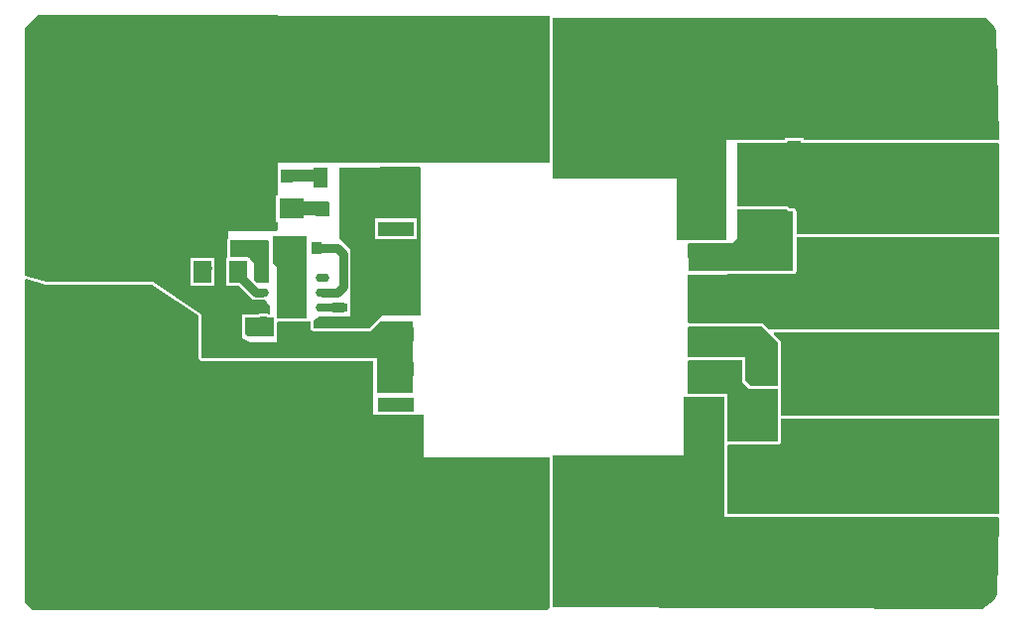
<source format=gtl>
G04*
G04 #@! TF.GenerationSoftware,Altium Limited,Altium Designer,21.6.1 (37)*
G04*
G04 Layer_Physical_Order=1*
G04 Layer_Color=255*
%FSLAX25Y25*%
%MOIN*%
G70*
G04*
G04 #@! TF.SameCoordinates,0D3765A8-6255-4433-B095-22D9DB902932*
G04*
G04*
G04 #@! TF.FilePolarity,Positive*
G04*
G01*
G75*
%ADD18R,0.05906X0.03937*%
%ADD19R,0.08268X0.07087*%
%ADD20R,0.08071X0.04331*%
%ADD21R,0.04548X0.07111*%
%ADD22R,0.04134X0.04134*%
%ADD23R,0.04134X0.04134*%
%ADD24R,0.12000X0.05000*%
%ADD25R,0.04803X0.03583*%
%ADD26R,0.03740X0.03543*%
%ADD27R,0.05906X0.07480*%
%ADD28R,0.08898X0.11772*%
%ADD29O,0.04500X0.02992*%
%ADD30R,0.03937X0.03543*%
%ADD31R,0.03543X0.03937*%
%ADD32R,0.03543X0.03740*%
%ADD33R,0.05512X0.11221*%
%ADD34R,0.04724X0.04724*%
%ADD44R,0.08268X0.05512*%
%ADD50C,0.03000*%
%ADD51R,0.91507X0.49700*%
%ADD52R,0.12600X0.04100*%
%ADD53R,0.11200X0.04500*%
%ADD54R,0.12300X0.22200*%
%ADD55R,0.42700X0.14800*%
%ADD56R,0.16600X0.36700*%
%ADD57R,0.08258X0.03000*%
%ADD58C,0.12205*%
%ADD59C,0.01968*%
G36*
X325538Y196838D02*
X326567Y194933D01*
X327491Y158558D01*
X327142Y158200D01*
X261694D01*
Y158729D01*
X255560D01*
Y158200D01*
X177520D01*
Y199201D01*
X323176D01*
X325538Y196838D01*
D02*
G37*
G36*
X260973Y157479D02*
X261304Y157258D01*
X261694Y157180D01*
X327142D01*
X327193Y157135D01*
X327500Y156768D01*
Y126400D01*
X259320D01*
Y134228D01*
X259242Y134618D01*
X259021Y134949D01*
X258690Y135170D01*
X258300Y135248D01*
X257133D01*
X256934Y135447D01*
Y135594D01*
X256750D01*
X256530Y135742D01*
X256139Y135820D01*
X239600D01*
X239500Y135902D01*
X239500Y157180D01*
X255560D01*
X255951Y157258D01*
X256281Y157479D01*
X256436Y157710D01*
X260819D01*
X260973Y157479D01*
D02*
G37*
G36*
X256711Y134228D02*
X258300D01*
Y114300D01*
X223300D01*
X222916Y123019D01*
X223262Y123380D01*
X237780D01*
X239600Y125200D01*
Y134800D01*
X256139D01*
X256711Y134228D01*
D02*
G37*
G36*
X82287Y124335D02*
Y119032D01*
X82300D01*
Y110300D01*
X78023D01*
X77200Y111123D01*
Y116600D01*
X75658Y118142D01*
Y118540D01*
X75260D01*
X75100Y118700D01*
X69575D01*
X69213Y119032D01*
Y124502D01*
X81931Y124686D01*
X82287Y124335D01*
D02*
G37*
G36*
X85300Y199700D02*
Y149067D01*
X84991D01*
Y142933D01*
X85300D01*
Y139643D01*
X84528D01*
Y130557D01*
X85300D01*
Y128200D01*
X84600Y127500D01*
X68400D01*
Y125087D01*
X68377Y125051D01*
X68271Y124892D01*
X68269Y124884D01*
X68265Y124878D01*
X68230Y124690D01*
X68193Y124502D01*
Y119032D01*
X68192Y118983D01*
X67931Y118630D01*
X67783Y118540D01*
X67753D01*
Y109060D01*
X72053D01*
X75912Y105201D01*
X76739Y104649D01*
X77714Y104455D01*
X79738D01*
X79758Y104451D01*
X79778Y104455D01*
X80512D01*
X80802Y104513D01*
X81600Y103600D01*
X82594Y102358D01*
Y99657D01*
X82100Y99607D01*
X82041Y99618D01*
X82005Y99643D01*
X81953Y99721D01*
X81869Y99777D01*
X81798Y99848D01*
X81705Y99886D01*
X81622Y99942D01*
X81524Y99962D01*
X81431Y100000D01*
X81330D01*
X81232Y100020D01*
X79368D01*
X79270Y100000D01*
X79169D01*
X79077Y99962D01*
X78978Y99942D01*
X78895Y99886D01*
X78802Y99848D01*
X78731Y99777D01*
X78647Y99721D01*
X78595Y99643D01*
X78559Y99618D01*
X78466Y99600D01*
X73000D01*
Y91550D01*
X75900Y90100D01*
X78500D01*
X84700Y90100D01*
Y92102D01*
X84720Y92200D01*
Y96720D01*
X85100Y97100D01*
X96180D01*
Y95000D01*
X96258Y94610D01*
X96479Y94279D01*
X96810Y94058D01*
X97200Y93980D01*
X116000D01*
X116390Y94058D01*
X116721Y94279D01*
X119542Y97100D01*
X130500D01*
Y84900D01*
X113667D01*
Y84967D01*
X107533D01*
Y84900D01*
X59800D01*
X59500Y85200D01*
Y99600D01*
X43000Y110400D01*
X7417D01*
X0Y112600D01*
Y195600D01*
X2500Y198100D01*
X4700Y200100D01*
X84993D01*
X85300Y199700D01*
D02*
G37*
G36*
X94700Y98400D02*
X94420Y98120D01*
X85100D01*
X84800Y98366D01*
Y115500D01*
X83500Y116800D01*
Y125800D01*
X83600Y125900D01*
X94700D01*
Y98400D01*
D02*
G37*
G36*
X133300Y148600D02*
Y99200D01*
X120200D01*
X116000Y95000D01*
X97200D01*
Y97600D01*
X99200Y99000D01*
X109600D01*
Y121200D01*
X105700Y125100D01*
Y148800D01*
X105783Y149002D01*
X132700Y149200D01*
X133300Y148600D01*
D02*
G37*
G36*
X327500Y94390D02*
X250252D01*
X248252Y96390D01*
X247921Y96611D01*
X247531Y96689D01*
X223055D01*
X222900Y97142D01*
Y112978D01*
X236202D01*
Y113280D01*
X258300D01*
X258690Y113358D01*
X259021Y113579D01*
X259242Y113910D01*
X259320Y114300D01*
Y125380D01*
X327500D01*
Y94390D01*
D02*
G37*
G36*
X81313Y98879D02*
X81643Y98658D01*
X82033Y98580D01*
X82594D01*
X82984Y98658D01*
X83200Y98803D01*
X83596Y98662D01*
X83700Y98581D01*
Y96720D01*
Y92200D01*
X75100D01*
X74100Y93200D01*
Y98580D01*
X78566D01*
X78957Y98658D01*
X79287Y98879D01*
X79368Y99000D01*
X81232D01*
X81313Y98879D01*
D02*
G37*
G36*
X253100Y90100D02*
Y75500D01*
X244000D01*
X242100Y77400D01*
Y85200D01*
X223000D01*
X222800Y85400D01*
X222704Y95314D01*
X223055Y95669D01*
X247531D01*
X253100Y90100D01*
D02*
G37*
G36*
X327500Y65453D02*
X254120D01*
Y74480D01*
X254042Y74871D01*
X253962Y74990D01*
X254042Y75110D01*
X254120Y75500D01*
Y90100D01*
X254042Y90490D01*
X253821Y90821D01*
X251734Y92908D01*
X251925Y93370D01*
X327500D01*
Y65453D01*
D02*
G37*
G36*
X241080Y77400D02*
X241158Y77010D01*
X241379Y76679D01*
X243279Y74779D01*
X243610Y74558D01*
X243687Y74480D01*
X253100D01*
Y56884D01*
X252898Y56800D01*
X236100D01*
Y65778D01*
X236202D01*
Y72778D01*
X222700D01*
Y83934D01*
X223000Y84180D01*
X241080D01*
Y77400D01*
D02*
G37*
G36*
X327500Y33083D02*
X327462Y32994D01*
X327000Y32614D01*
X239173Y32614D01*
X236059D01*
X236059Y55297D01*
X236559Y55780D01*
X252898D01*
X253289Y55858D01*
X253289Y55858D01*
X253490Y55941D01*
X253490Y55941D01*
X253821Y56163D01*
X254042Y56493D01*
X254120Y56884D01*
Y64433D01*
X327500D01*
Y33083D01*
D02*
G37*
G36*
X222310Y71836D02*
X222700Y71758D01*
X235039D01*
X235039Y32776D01*
Y31594D01*
X239173D01*
X327285Y31594D01*
X327634Y31236D01*
X326865Y5565D01*
X325829Y3471D01*
X321800Y500D01*
X177362Y1043D01*
Y52200D01*
X221500D01*
Y71900D01*
X222214D01*
X222310Y71836D01*
D02*
G37*
G36*
X7127Y109423D02*
X7273Y109409D01*
X7417Y109380D01*
X42696D01*
X58480Y99049D01*
Y85200D01*
X58558Y84810D01*
X58779Y84479D01*
X59079Y84179D01*
X59410Y83958D01*
X59800Y83880D01*
X107533D01*
X107870Y83947D01*
X113330D01*
X113667Y83880D01*
X117100D01*
Y65800D01*
X117802D01*
Y65778D01*
X131802D01*
Y65800D01*
X134100D01*
Y51600D01*
X176343D01*
Y1143D01*
X175400Y200D01*
X2700D01*
X200Y2700D01*
X3Y111117D01*
X403Y111417D01*
X7127Y109423D01*
D02*
G37*
%LPC*%
G36*
X63847Y118540D02*
X55942D01*
Y109060D01*
X63847D01*
Y115006D01*
X63896Y115253D01*
X63847Y115499D01*
Y118540D01*
D02*
G37*
G36*
X131802Y131778D02*
X117802D01*
Y124778D01*
X131802D01*
Y131778D01*
D02*
G37*
%LPD*%
D18*
X284800Y89301D02*
D03*
Y101899D02*
D03*
X280527Y152063D02*
D03*
Y164662D02*
D03*
X278800Y26401D02*
D03*
Y38999D02*
D03*
D19*
X72339Y135100D02*
D03*
X89661D02*
D03*
D20*
X100500Y78104D02*
D03*
Y91096D02*
D03*
X253300Y38696D02*
D03*
Y25704D02*
D03*
X259300Y102096D02*
D03*
Y89104D02*
D03*
D21*
X99491Y145500D02*
D03*
X111109D02*
D03*
D22*
X82743Y146000D02*
D03*
X88058D02*
D03*
D23*
X110600Y81900D02*
D03*
Y87215D02*
D03*
X258627Y155663D02*
D03*
Y160977D02*
D03*
D24*
X124802Y128278D02*
D03*
Y116478D02*
D03*
Y104678D02*
D03*
Y92878D02*
D03*
Y81078D02*
D03*
Y69278D02*
D03*
X229202Y128278D02*
D03*
Y116478D02*
D03*
Y104678D02*
D03*
Y92878D02*
D03*
Y81078D02*
D03*
Y69278D02*
D03*
D25*
X269527Y164799D02*
D03*
Y151926D02*
D03*
X267800Y38637D02*
D03*
Y25763D02*
D03*
X273800Y102037D02*
D03*
Y89163D02*
D03*
D26*
X250300Y59300D02*
D03*
X250300Y46898D02*
D03*
D27*
X71706Y113800D02*
D03*
X59895D02*
D03*
D28*
X90000Y104500D02*
D03*
D29*
X100242Y97000D02*
D03*
Y102000D02*
D03*
Y107000D02*
D03*
Y112000D02*
D03*
X79758Y97000D02*
D03*
Y102000D02*
D03*
Y107000D02*
D03*
Y112000D02*
D03*
D30*
X105600Y101959D02*
D03*
Y96841D02*
D03*
D31*
X92941Y122000D02*
D03*
X98059D02*
D03*
X79941D02*
D03*
X85059D02*
D03*
X66441D02*
D03*
X71559D02*
D03*
D32*
X247699Y80800D02*
D03*
X260101Y80800D02*
D03*
D33*
X27000Y122146D02*
D03*
Y102854D02*
D03*
D34*
X111012Y135000D02*
D03*
X99988D02*
D03*
D44*
X251800Y149161D02*
D03*
Y131839D02*
D03*
D50*
X78296Y96996D02*
X79008D01*
X77900Y96600D02*
X78296Y96996D01*
X99338Y134350D02*
X99688Y134700D01*
X91761Y134000D02*
X92111Y134350D01*
X71706Y113013D02*
X77714Y107004D01*
X79754D01*
X79758Y107000D01*
X71706Y113013D02*
Y113800D01*
X229202Y81078D02*
X232702D01*
X59895Y113800D02*
X61347Y115253D01*
X107000Y109000D02*
Y120000D01*
X98059Y122000D02*
X105000D01*
X100246Y107004D02*
X105004D01*
X107000Y109000D01*
X105000Y122000D02*
X107000Y120000D01*
X100242Y107000D02*
X100246Y107004D01*
X79758Y112000D02*
X79845D01*
X79849Y112004D01*
Y121908D02*
X79941Y122000D01*
D51*
X130746Y175250D02*
D03*
D52*
X92400Y146050D02*
D03*
D53*
X96600Y135050D02*
D03*
D54*
X124550Y84200D02*
D03*
D55*
X198850Y152600D02*
D03*
D56*
X227600Y142750D02*
D03*
D57*
X104371Y102000D02*
D03*
D58*
X302700Y178757D02*
D03*
Y145957D02*
D03*
Y113157D02*
D03*
Y14757D02*
D03*
Y47557D02*
D03*
Y80357D02*
D03*
X16500Y149000D02*
D03*
Y71500D02*
D03*
D59*
X30020Y87450D02*
D03*
X33480D02*
D03*
X43860D02*
D03*
X36940D02*
D03*
X40400D02*
D03*
X47320D02*
D03*
X43800Y90900D02*
D03*
X40280D02*
D03*
X47320D02*
D03*
X36760D02*
D03*
X33240D02*
D03*
X29720D02*
D03*
X9020Y90850D02*
D03*
X12540D02*
D03*
X16060D02*
D03*
X26620D02*
D03*
X19580D02*
D03*
X23100D02*
D03*
X26620Y87400D02*
D03*
X19700D02*
D03*
X16240D02*
D03*
X23160D02*
D03*
X12780D02*
D03*
X9320D02*
D03*
X81465Y93606D02*
D03*
X75700D02*
D03*
X78582D02*
D03*
X260947Y171713D02*
D03*
X257307Y175162D02*
D03*
X257427Y171713D02*
D03*
X260767Y175162D02*
D03*
X253907Y171713D02*
D03*
X250387Y175162D02*
D03*
Y171713D02*
D03*
X253847Y175162D02*
D03*
X278007Y175213D02*
D03*
X267687Y175162D02*
D03*
X274547Y175213D02*
D03*
X264227Y175162D02*
D03*
X288387Y175213D02*
D03*
X271087D02*
D03*
X281467D02*
D03*
X284927D02*
D03*
X285167Y171763D02*
D03*
X281647D02*
D03*
X271087D02*
D03*
X278127D02*
D03*
X274607D02*
D03*
X264467Y171713D02*
D03*
X267987D02*
D03*
X288687Y171763D02*
D03*
X270600Y110200D02*
D03*
X267140D02*
D03*
X256760D02*
D03*
X263680D02*
D03*
X260220D02*
D03*
X253300D02*
D03*
X256820Y106750D02*
D03*
X260340D02*
D03*
X253300D02*
D03*
X263860D02*
D03*
X267380D02*
D03*
X270900D02*
D03*
X291600Y106800D02*
D03*
X288080D02*
D03*
X284560D02*
D03*
X274000D02*
D03*
X281040D02*
D03*
X277520D02*
D03*
X274000Y110250D02*
D03*
X280920D02*
D03*
X284380D02*
D03*
X277460D02*
D03*
X287840D02*
D03*
X291300D02*
D03*
X286540Y20950D02*
D03*
X283080D02*
D03*
X272700D02*
D03*
X279620D02*
D03*
X276160D02*
D03*
X269240D02*
D03*
X272760Y17500D02*
D03*
X276280D02*
D03*
X269240D02*
D03*
X279800D02*
D03*
X283320D02*
D03*
X286840D02*
D03*
X266140Y17450D02*
D03*
X262620D02*
D03*
X259100D02*
D03*
X248540D02*
D03*
X255580D02*
D03*
X252060D02*
D03*
X248540Y20900D02*
D03*
X255460D02*
D03*
X258920D02*
D03*
X252000D02*
D03*
X262380D02*
D03*
X265840D02*
D03*
X283433Y57200D02*
D03*
X290100D02*
D03*
X286767D02*
D03*
X280100D02*
D03*
X283433Y53300D02*
D03*
X286767Y53200D02*
D03*
X280100D02*
D03*
X290100Y53100D02*
D03*
X283067Y49600D02*
D03*
X289733D02*
D03*
X286400D02*
D03*
X279733D02*
D03*
X283067Y45700D02*
D03*
X286400Y45600D02*
D03*
X279733D02*
D03*
X289733Y45500D02*
D03*
X270800Y79067D02*
D03*
X270700Y69067D02*
D03*
Y75733D02*
D03*
X270600Y72400D02*
D03*
X266700Y69067D02*
D03*
Y75733D02*
D03*
Y79067D02*
D03*
Y72400D02*
D03*
X278700Y79033D02*
D03*
X278600Y69033D02*
D03*
Y75700D02*
D03*
X278500Y72367D02*
D03*
X274600Y69033D02*
D03*
Y75700D02*
D03*
Y79033D02*
D03*
Y72367D02*
D03*
X284100Y143067D02*
D03*
X269400Y146433D02*
D03*
X284200Y146400D02*
D03*
X269500Y143100D02*
D03*
X273400Y146433D02*
D03*
X288200Y146400D02*
D03*
Y143067D02*
D03*
X273400Y143100D02*
D03*
X265800Y146467D02*
D03*
X280500Y143100D02*
D03*
X265700Y143133D02*
D03*
X280400Y146433D02*
D03*
X276500Y143100D02*
D03*
X261700Y143133D02*
D03*
Y146467D02*
D03*
X276500Y146433D02*
D03*
X87200Y117900D02*
D03*
X84700Y118000D02*
D03*
X89300Y120200D02*
D03*
Y122700D02*
D03*
X92165Y100169D02*
D03*
X87835D02*
D03*
X92165Y104500D02*
D03*
X87835D02*
D03*
X92165Y108831D02*
D03*
X87835D02*
D03*
M02*

</source>
